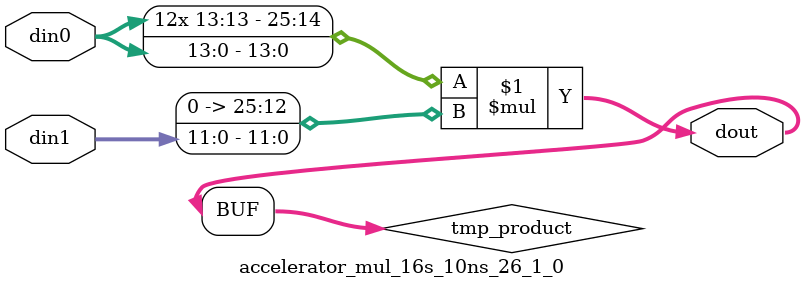
<source format=v>

`timescale 1 ns / 1 ps

  module accelerator_mul_16s_10ns_26_1_0(din0, din1, dout);
parameter ID = 1;
parameter NUM_STAGE = 0;
parameter din0_WIDTH = 14;
parameter din1_WIDTH = 12;
parameter dout_WIDTH = 26;

input [din0_WIDTH - 1 : 0] din0; 
input [din1_WIDTH - 1 : 0] din1; 
output [dout_WIDTH - 1 : 0] dout;

wire signed [dout_WIDTH - 1 : 0] tmp_product;












assign tmp_product = $signed(din0) * $signed({1'b0, din1});









assign dout = tmp_product;







endmodule

</source>
